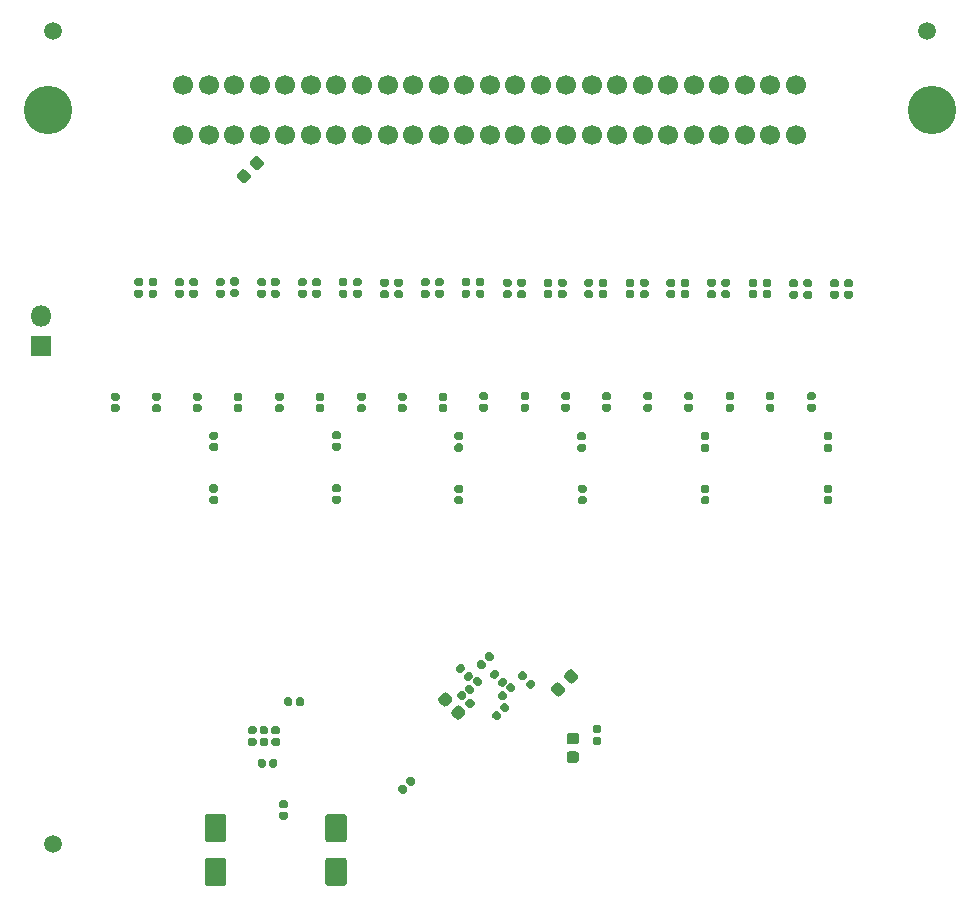
<source format=gbs>
%TF.GenerationSoftware,KiCad,Pcbnew,5.1.6*%
%TF.CreationDate,2020-08-02T00:36:08-04:00*%
%TF.ProjectId,squishy,73717569-7368-4792-9e6b-696361645f70,rev?*%
%TF.SameCoordinates,PX67f3540PY72ba1e0*%
%TF.FileFunction,Soldermask,Bot*%
%TF.FilePolarity,Negative*%
%FSLAX46Y46*%
G04 Gerber Fmt 4.6, Leading zero omitted, Abs format (unit mm)*
G04 Created by KiCad (PCBNEW 5.1.6) date 2020-08-02 00:36:08*
%MOMM*%
%LPD*%
G01*
G04 APERTURE LIST*
%ADD10C,1.500000*%
%ADD11O,1.800000X1.800000*%
%ADD12R,1.800000X1.800000*%
%ADD13C,4.100000*%
%ADD14C,1.700000*%
G04 APERTURE END LIST*
D10*
%TO.C,FID6*%
X4000000Y72800000D03*
%TD*%
%TO.C,FID5*%
X78000000Y72800000D03*
%TD*%
%TO.C,FID4*%
X4000000Y4000000D03*
%TD*%
%TO.C,R71*%
G36*
G01*
X48331250Y12400000D02*
X47768750Y12400000D01*
G75*
G02*
X47525000Y12643750I0J243750D01*
G01*
X47525000Y13131250D01*
G75*
G02*
X47768750Y13375000I243750J0D01*
G01*
X48331250Y13375000D01*
G75*
G02*
X48575000Y13131250I0J-243750D01*
G01*
X48575000Y12643750D01*
G75*
G02*
X48331250Y12400000I-243750J0D01*
G01*
G37*
G36*
G01*
X48331250Y10825000D02*
X47768750Y10825000D01*
G75*
G02*
X47525000Y11068750I0J243750D01*
G01*
X47525000Y11556250D01*
G75*
G02*
X47768750Y11800000I243750J0D01*
G01*
X48331250Y11800000D01*
G75*
G02*
X48575000Y11556250I0J-243750D01*
G01*
X48575000Y11068750D01*
G75*
G02*
X48331250Y10825000I-243750J0D01*
G01*
G37*
%TD*%
%TO.C,R70*%
G36*
G01*
X20338994Y61036741D02*
X20736741Y60638993D01*
G75*
G02*
X20736741Y60294279I-172357J-172357D01*
G01*
X20392027Y59949565D01*
G75*
G02*
X20047313Y59949565I-172357J172357D01*
G01*
X19649565Y60347313D01*
G75*
G02*
X19649565Y60692027I172357J172357D01*
G01*
X19994279Y61036741D01*
G75*
G02*
X20338993Y61036741I172357J-172357D01*
G01*
G37*
G36*
G01*
X21452688Y62150435D02*
X21850435Y61752687D01*
G75*
G02*
X21850435Y61407973I-172357J-172357D01*
G01*
X21505721Y61063259D01*
G75*
G02*
X21161007Y61063259I-172357J172357D01*
G01*
X20763259Y61461007D01*
G75*
G02*
X20763259Y61805721I172357J172357D01*
G01*
X21107973Y62150435D01*
G75*
G02*
X21452687Y62150435I172357J-172357D01*
G01*
G37*
%TD*%
D11*
%TO.C,JP1*%
X3050000Y48690000D03*
D12*
X3050000Y46150000D03*
%TD*%
%TO.C,C53*%
G36*
G01*
X39411351Y17440658D02*
X39690659Y17161351D01*
G75*
G02*
X39690659Y16917399I-121976J-121976D01*
G01*
X39446707Y16673447D01*
G75*
G02*
X39202755Y16673447I-121976J121976D01*
G01*
X38923447Y16952755D01*
G75*
G02*
X38923447Y17196707I121976J121976D01*
G01*
X39167399Y17440659D01*
G75*
G02*
X39411351Y17440659I121976J-121976D01*
G01*
G37*
G36*
G01*
X40097245Y18126552D02*
X40376553Y17847245D01*
G75*
G02*
X40376553Y17603293I-121976J-121976D01*
G01*
X40132601Y17359341D01*
G75*
G02*
X39888649Y17359341I-121976J121976D01*
G01*
X39609341Y17638649D01*
G75*
G02*
X39609341Y17882601I121976J121976D01*
G01*
X39853293Y18126553D01*
G75*
G02*
X40097245Y18126553I121976J-121976D01*
G01*
G37*
%TD*%
%TO.C,C52*%
G36*
G01*
X42211351Y16890658D02*
X42490659Y16611351D01*
G75*
G02*
X42490659Y16367399I-121976J-121976D01*
G01*
X42246707Y16123447D01*
G75*
G02*
X42002755Y16123447I-121976J121976D01*
G01*
X41723447Y16402755D01*
G75*
G02*
X41723447Y16646707I121976J121976D01*
G01*
X41967399Y16890659D01*
G75*
G02*
X42211351Y16890659I121976J-121976D01*
G01*
G37*
G36*
G01*
X42897245Y17576552D02*
X43176553Y17297245D01*
G75*
G02*
X43176553Y17053293I-121976J-121976D01*
G01*
X42932601Y16809341D01*
G75*
G02*
X42688649Y16809341I-121976J121976D01*
G01*
X42409341Y17088649D01*
G75*
G02*
X42409341Y17332601I121976J121976D01*
G01*
X42653293Y17576553D01*
G75*
G02*
X42897245Y17576553I121976J-121976D01*
G01*
G37*
%TD*%
%TO.C,C51*%
G36*
G01*
X44190658Y18088649D02*
X43911351Y17809341D01*
G75*
G02*
X43667399Y17809341I-121976J121976D01*
G01*
X43423447Y18053293D01*
G75*
G02*
X43423447Y18297245I121976J121976D01*
G01*
X43702755Y18576553D01*
G75*
G02*
X43946707Y18576553I121976J-121976D01*
G01*
X44190659Y18332601D01*
G75*
G02*
X44190659Y18088649I-121976J-121976D01*
G01*
G37*
G36*
G01*
X44876552Y17402755D02*
X44597245Y17123447D01*
G75*
G02*
X44353293Y17123447I-121976J121976D01*
G01*
X44109341Y17367399D01*
G75*
G02*
X44109341Y17611351I121976J121976D01*
G01*
X44388649Y17890659D01*
G75*
G02*
X44632601Y17890659I121976J-121976D01*
G01*
X44876553Y17646707D01*
G75*
G02*
X44876553Y17402755I-121976J-121976D01*
G01*
G37*
%TD*%
%TO.C,C50*%
G36*
G01*
X41709342Y17761351D02*
X41988649Y18040659D01*
G75*
G02*
X42232601Y18040659I121976J-121976D01*
G01*
X42476553Y17796707D01*
G75*
G02*
X42476553Y17552755I-121976J-121976D01*
G01*
X42197245Y17273447D01*
G75*
G02*
X41953293Y17273447I-121976J121976D01*
G01*
X41709341Y17517399D01*
G75*
G02*
X41709341Y17761351I121976J121976D01*
G01*
G37*
G36*
G01*
X41023448Y18447245D02*
X41302755Y18726553D01*
G75*
G02*
X41546707Y18726553I121976J-121976D01*
G01*
X41790659Y18482601D01*
G75*
G02*
X41790659Y18238649I-121976J-121976D01*
G01*
X41511351Y17959341D01*
G75*
G02*
X41267399Y17959341I-121976J121976D01*
G01*
X41023447Y18203293D01*
G75*
G02*
X41023447Y18447245I121976J121976D01*
G01*
G37*
%TD*%
%TO.C,C49*%
G36*
G01*
X40888649Y19459342D02*
X40609341Y19738649D01*
G75*
G02*
X40609341Y19982601I121976J121976D01*
G01*
X40853293Y20226553D01*
G75*
G02*
X41097245Y20226553I121976J-121976D01*
G01*
X41376553Y19947245D01*
G75*
G02*
X41376553Y19703293I-121976J-121976D01*
G01*
X41132601Y19459341D01*
G75*
G02*
X40888649Y19459341I-121976J121976D01*
G01*
G37*
G36*
G01*
X40202755Y18773448D02*
X39923447Y19052755D01*
G75*
G02*
X39923447Y19296707I121976J121976D01*
G01*
X40167399Y19540659D01*
G75*
G02*
X40411351Y19540659I121976J-121976D01*
G01*
X40690659Y19261351D01*
G75*
G02*
X40690659Y19017399I-121976J-121976D01*
G01*
X40446707Y18773447D01*
G75*
G02*
X40202755Y18773447I-121976J121976D01*
G01*
G37*
%TD*%
%TO.C,C48*%
G36*
G01*
X38959342Y15961351D02*
X39238649Y16240659D01*
G75*
G02*
X39482601Y16240659I121976J-121976D01*
G01*
X39726553Y15996707D01*
G75*
G02*
X39726553Y15752755I-121976J-121976D01*
G01*
X39447245Y15473447D01*
G75*
G02*
X39203293Y15473447I-121976J121976D01*
G01*
X38959341Y15717399D01*
G75*
G02*
X38959341Y15961351I121976J121976D01*
G01*
G37*
G36*
G01*
X38273448Y16647245D02*
X38552755Y16926553D01*
G75*
G02*
X38796707Y16926553I121976J-121976D01*
G01*
X39040659Y16682601D01*
G75*
G02*
X39040659Y16438649I-121976J-121976D01*
G01*
X38761351Y16159341D01*
G75*
G02*
X38517399Y16159341I-121976J121976D01*
G01*
X38273447Y16403293D01*
G75*
G02*
X38273447Y16647245I121976J121976D01*
G01*
G37*
%TD*%
%TO.C,C47*%
G36*
G01*
X41711351Y15190658D02*
X41990659Y14911351D01*
G75*
G02*
X41990659Y14667399I-121976J-121976D01*
G01*
X41746707Y14423447D01*
G75*
G02*
X41502755Y14423447I-121976J121976D01*
G01*
X41223447Y14702755D01*
G75*
G02*
X41223447Y14946707I121976J121976D01*
G01*
X41467399Y15190659D01*
G75*
G02*
X41711351Y15190659I121976J-121976D01*
G01*
G37*
G36*
G01*
X42397245Y15876552D02*
X42676553Y15597245D01*
G75*
G02*
X42676553Y15353293I-121976J-121976D01*
G01*
X42432601Y15109341D01*
G75*
G02*
X42188649Y15109341I-121976J121976D01*
G01*
X41909341Y15388649D01*
G75*
G02*
X41909341Y15632601I121976J121976D01*
G01*
X42153293Y15876553D01*
G75*
G02*
X42397245Y15876553I121976J-121976D01*
G01*
G37*
%TD*%
%TO.C,C46*%
G36*
G01*
X38809342Y18261351D02*
X39088649Y18540659D01*
G75*
G02*
X39332601Y18540659I121976J-121976D01*
G01*
X39576553Y18296707D01*
G75*
G02*
X39576553Y18052755I-121976J-121976D01*
G01*
X39297245Y17773447D01*
G75*
G02*
X39053293Y17773447I-121976J121976D01*
G01*
X38809341Y18017399D01*
G75*
G02*
X38809341Y18261351I121976J121976D01*
G01*
G37*
G36*
G01*
X38123448Y18947245D02*
X38402755Y19226553D01*
G75*
G02*
X38646707Y19226553I121976J-121976D01*
G01*
X38890659Y18982601D01*
G75*
G02*
X38890659Y18738649I-121976J-121976D01*
G01*
X38611351Y18459341D01*
G75*
G02*
X38367399Y18459341I-121976J121976D01*
G01*
X38123447Y18703293D01*
G75*
G02*
X38123447Y18947245I121976J121976D01*
G01*
G37*
%TD*%
%TO.C,C45*%
G36*
G01*
X37786741Y16061006D02*
X37388993Y15663259D01*
G75*
G02*
X37044279Y15663259I-172357J172357D01*
G01*
X36699565Y16007973D01*
G75*
G02*
X36699565Y16352687I172357J172357D01*
G01*
X37097313Y16750435D01*
G75*
G02*
X37442027Y16750435I172357J-172357D01*
G01*
X37786741Y16405721D01*
G75*
G02*
X37786741Y16061007I-172357J-172357D01*
G01*
G37*
G36*
G01*
X38900435Y14947312D02*
X38502687Y14549565D01*
G75*
G02*
X38157973Y14549565I-172357J172357D01*
G01*
X37813259Y14894279D01*
G75*
G02*
X37813259Y15238993I172357J172357D01*
G01*
X38211007Y15636741D01*
G75*
G02*
X38555721Y15636741I172357J-172357D01*
G01*
X38900435Y15292027D01*
G75*
G02*
X38900435Y14947313I-172357J-172357D01*
G01*
G37*
%TD*%
%TO.C,C44*%
G36*
G01*
X46938994Y17586741D02*
X47336741Y17188993D01*
G75*
G02*
X47336741Y16844279I-172357J-172357D01*
G01*
X46992027Y16499565D01*
G75*
G02*
X46647313Y16499565I-172357J172357D01*
G01*
X46249565Y16897313D01*
G75*
G02*
X46249565Y17242027I172357J172357D01*
G01*
X46594279Y17586741D01*
G75*
G02*
X46938993Y17586741I172357J-172357D01*
G01*
G37*
G36*
G01*
X48052688Y18700435D02*
X48450435Y18302687D01*
G75*
G02*
X48450435Y17957973I-172357J-172357D01*
G01*
X48105721Y17613259D01*
G75*
G02*
X47761007Y17613259I-172357J172357D01*
G01*
X47363259Y18011007D01*
G75*
G02*
X47363259Y18355721I172357J172357D01*
G01*
X47707973Y18700435D01*
G75*
G02*
X48052687Y18700435I172357J-172357D01*
G01*
G37*
%TD*%
%TO.C,C43*%
G36*
G01*
X34238649Y8909342D02*
X33959341Y9188649D01*
G75*
G02*
X33959341Y9432601I121976J121976D01*
G01*
X34203293Y9676553D01*
G75*
G02*
X34447245Y9676553I121976J-121976D01*
G01*
X34726553Y9397245D01*
G75*
G02*
X34726553Y9153293I-121976J-121976D01*
G01*
X34482601Y8909341D01*
G75*
G02*
X34238649Y8909341I-121976J121976D01*
G01*
G37*
G36*
G01*
X33552755Y8223448D02*
X33273447Y8502755D01*
G75*
G02*
X33273447Y8746707I121976J121976D01*
G01*
X33517399Y8990659D01*
G75*
G02*
X33761351Y8990659I121976J-121976D01*
G01*
X34040659Y8711351D01*
G75*
G02*
X34040659Y8467399I-121976J-121976D01*
G01*
X33796707Y8223447D01*
G75*
G02*
X33552755Y8223447I-121976J121976D01*
G01*
G37*
%TD*%
%TO.C,C42*%
G36*
G01*
X24310000Y16197500D02*
X24310000Y15802500D01*
G75*
G02*
X24137500Y15630000I-172500J0D01*
G01*
X23792500Y15630000D01*
G75*
G02*
X23620000Y15802500I0J172500D01*
G01*
X23620000Y16197500D01*
G75*
G02*
X23792500Y16370000I172500J0D01*
G01*
X24137500Y16370000D01*
G75*
G02*
X24310000Y16197500I0J-172500D01*
G01*
G37*
G36*
G01*
X25280000Y16197500D02*
X25280000Y15802500D01*
G75*
G02*
X25107500Y15630000I-172500J0D01*
G01*
X24762500Y15630000D01*
G75*
G02*
X24590000Y15802500I0J172500D01*
G01*
X24590000Y16197500D01*
G75*
G02*
X24762500Y16370000I172500J0D01*
G01*
X25107500Y16370000D01*
G75*
G02*
X25280000Y16197500I0J-172500D01*
G01*
G37*
%TD*%
%TO.C,C40*%
G36*
G01*
X22097500Y13240000D02*
X21702500Y13240000D01*
G75*
G02*
X21530000Y13412500I0J172500D01*
G01*
X21530000Y13757500D01*
G75*
G02*
X21702500Y13930000I172500J0D01*
G01*
X22097500Y13930000D01*
G75*
G02*
X22270000Y13757500I0J-172500D01*
G01*
X22270000Y13412500D01*
G75*
G02*
X22097500Y13240000I-172500J0D01*
G01*
G37*
G36*
G01*
X22097500Y12270000D02*
X21702500Y12270000D01*
G75*
G02*
X21530000Y12442500I0J172500D01*
G01*
X21530000Y12787500D01*
G75*
G02*
X21702500Y12960000I172500J0D01*
G01*
X22097500Y12960000D01*
G75*
G02*
X22270000Y12787500I0J-172500D01*
G01*
X22270000Y12442500D01*
G75*
G02*
X22097500Y12270000I-172500J0D01*
G01*
G37*
%TD*%
%TO.C,C39*%
G36*
G01*
X23097500Y13240000D02*
X22702500Y13240000D01*
G75*
G02*
X22530000Y13412500I0J172500D01*
G01*
X22530000Y13757500D01*
G75*
G02*
X22702500Y13930000I172500J0D01*
G01*
X23097500Y13930000D01*
G75*
G02*
X23270000Y13757500I0J-172500D01*
G01*
X23270000Y13412500D01*
G75*
G02*
X23097500Y13240000I-172500J0D01*
G01*
G37*
G36*
G01*
X23097500Y12270000D02*
X22702500Y12270000D01*
G75*
G02*
X22530000Y12442500I0J172500D01*
G01*
X22530000Y12787500D01*
G75*
G02*
X22702500Y12960000I172500J0D01*
G01*
X23097500Y12960000D01*
G75*
G02*
X23270000Y12787500I0J-172500D01*
G01*
X23270000Y12442500D01*
G75*
G02*
X23097500Y12270000I-172500J0D01*
G01*
G37*
%TD*%
%TO.C,C38*%
G36*
G01*
X20702500Y12960000D02*
X21097500Y12960000D01*
G75*
G02*
X21270000Y12787500I0J-172500D01*
G01*
X21270000Y12442500D01*
G75*
G02*
X21097500Y12270000I-172500J0D01*
G01*
X20702500Y12270000D01*
G75*
G02*
X20530000Y12442500I0J172500D01*
G01*
X20530000Y12787500D01*
G75*
G02*
X20702500Y12960000I172500J0D01*
G01*
G37*
G36*
G01*
X20702500Y13930000D02*
X21097500Y13930000D01*
G75*
G02*
X21270000Y13757500I0J-172500D01*
G01*
X21270000Y13412500D01*
G75*
G02*
X21097500Y13240000I-172500J0D01*
G01*
X20702500Y13240000D01*
G75*
G02*
X20530000Y13412500I0J172500D01*
G01*
X20530000Y13757500D01*
G75*
G02*
X20702500Y13930000I172500J0D01*
G01*
G37*
%TD*%
%TO.C,C37*%
G36*
G01*
X22340000Y10602500D02*
X22340000Y10997500D01*
G75*
G02*
X22512500Y11170000I172500J0D01*
G01*
X22857500Y11170000D01*
G75*
G02*
X23030000Y10997500I0J-172500D01*
G01*
X23030000Y10602500D01*
G75*
G02*
X22857500Y10430000I-172500J0D01*
G01*
X22512500Y10430000D01*
G75*
G02*
X22340000Y10602500I0J172500D01*
G01*
G37*
G36*
G01*
X21370000Y10602500D02*
X21370000Y10997500D01*
G75*
G02*
X21542500Y11170000I172500J0D01*
G01*
X21887500Y11170000D01*
G75*
G02*
X22060000Y10997500I0J-172500D01*
G01*
X22060000Y10602500D01*
G75*
G02*
X21887500Y10430000I-172500J0D01*
G01*
X21542500Y10430000D01*
G75*
G02*
X21370000Y10602500I0J172500D01*
G01*
G37*
%TD*%
%TO.C,C3*%
G36*
G01*
X23352500Y6710000D02*
X23747500Y6710000D01*
G75*
G02*
X23920000Y6537500I0J-172500D01*
G01*
X23920000Y6192500D01*
G75*
G02*
X23747500Y6020000I-172500J0D01*
G01*
X23352500Y6020000D01*
G75*
G02*
X23180000Y6192500I0J172500D01*
G01*
X23180000Y6537500D01*
G75*
G02*
X23352500Y6710000I172500J0D01*
G01*
G37*
G36*
G01*
X23352500Y7680000D02*
X23747500Y7680000D01*
G75*
G02*
X23920000Y7507500I0J-172500D01*
G01*
X23920000Y7162500D01*
G75*
G02*
X23747500Y6990000I-172500J0D01*
G01*
X23352500Y6990000D01*
G75*
G02*
X23180000Y7162500I0J172500D01*
G01*
X23180000Y7507500D01*
G75*
G02*
X23352500Y7680000I172500J0D01*
G01*
G37*
%TD*%
D13*
%TO.C,J2*%
X78425000Y66100000D03*
X3575000Y66100000D03*
D14*
X15080000Y68245000D03*
X17240000Y68245000D03*
X19400000Y68245000D03*
X21560000Y68245000D03*
X23720000Y68245000D03*
X25880000Y68245000D03*
X28040000Y68245000D03*
X30200000Y68245000D03*
X32360000Y68245000D03*
X34520000Y68245000D03*
X36680000Y68245000D03*
X38840000Y68245000D03*
X41000000Y68245000D03*
X43160000Y68245000D03*
X45320000Y68245000D03*
X47480000Y68245000D03*
X49640000Y68245000D03*
X51800000Y68245000D03*
X53960000Y68245000D03*
X56120000Y68245000D03*
X58280000Y68245000D03*
X60440000Y68245000D03*
X62600000Y68245000D03*
X64760000Y68245000D03*
X66920000Y68245000D03*
X15080000Y63955000D03*
X17240000Y63955000D03*
X19400000Y63955000D03*
X21560000Y63955000D03*
X23720000Y63955000D03*
X25880000Y63955000D03*
X28040000Y63955000D03*
X30200000Y63955000D03*
X32360000Y63955000D03*
X34520000Y63955000D03*
X36680000Y63955000D03*
X38840000Y63955000D03*
X41000000Y63955000D03*
X43160000Y63955000D03*
X45320000Y63955000D03*
X47480000Y63955000D03*
X49640000Y63955000D03*
X51800000Y63955000D03*
X53960000Y63955000D03*
X56120000Y63955000D03*
X58280000Y63955000D03*
X60440000Y63955000D03*
X62600000Y63955000D03*
X64760000Y63955000D03*
X66920000Y63955000D03*
%TD*%
%TO.C,C2*%
G36*
G01*
X50297500Y13340000D02*
X49902500Y13340000D01*
G75*
G02*
X49730000Y13512500I0J172500D01*
G01*
X49730000Y13857500D01*
G75*
G02*
X49902500Y14030000I172500J0D01*
G01*
X50297500Y14030000D01*
G75*
G02*
X50470000Y13857500I0J-172500D01*
G01*
X50470000Y13512500D01*
G75*
G02*
X50297500Y13340000I-172500J0D01*
G01*
G37*
G36*
G01*
X50297500Y12370000D02*
X49902500Y12370000D01*
G75*
G02*
X49730000Y12542500I0J172500D01*
G01*
X49730000Y12887500D01*
G75*
G02*
X49902500Y13060000I172500J0D01*
G01*
X50297500Y13060000D01*
G75*
G02*
X50470000Y12887500I0J-172500D01*
G01*
X50470000Y12542500D01*
G75*
G02*
X50297500Y12370000I-172500J0D01*
G01*
G37*
%TD*%
%TO.C,J1*%
G36*
G01*
X27100000Y625000D02*
X27100000Y2575000D01*
G75*
G02*
X27325000Y2800000I225000J0D01*
G01*
X28675000Y2800000D01*
G75*
G02*
X28900000Y2575000I0J-225000D01*
G01*
X28900000Y625000D01*
G75*
G02*
X28675000Y400000I-225000J0D01*
G01*
X27325000Y400000D01*
G75*
G02*
X27100000Y625000I0J225000D01*
G01*
G37*
G36*
G01*
X27100000Y4325000D02*
X27100000Y6275000D01*
G75*
G02*
X27325000Y6500000I225000J0D01*
G01*
X28675000Y6500000D01*
G75*
G02*
X28900000Y6275000I0J-225000D01*
G01*
X28900000Y4325000D01*
G75*
G02*
X28675000Y4100000I-225000J0D01*
G01*
X27325000Y4100000D01*
G75*
G02*
X27100000Y4325000I0J225000D01*
G01*
G37*
G36*
G01*
X16900000Y4325000D02*
X16900000Y6275000D01*
G75*
G02*
X17125000Y6500000I225000J0D01*
G01*
X18475000Y6500000D01*
G75*
G02*
X18700000Y6275000I0J-225000D01*
G01*
X18700000Y4325000D01*
G75*
G02*
X18475000Y4100000I-225000J0D01*
G01*
X17125000Y4100000D01*
G75*
G02*
X16900000Y4325000I0J225000D01*
G01*
G37*
G36*
G01*
X16900000Y625000D02*
X16900000Y2575000D01*
G75*
G02*
X17125000Y2800000I225000J0D01*
G01*
X18475000Y2800000D01*
G75*
G02*
X18700000Y2575000I0J-225000D01*
G01*
X18700000Y625000D01*
G75*
G02*
X18475000Y400000I-225000J0D01*
G01*
X17125000Y400000D01*
G75*
G02*
X16900000Y625000I0J225000D01*
G01*
G37*
%TD*%
%TO.C,R62*%
G36*
G01*
X63102500Y50860000D02*
X63497500Y50860000D01*
G75*
G02*
X63670000Y50687500I0J-172500D01*
G01*
X63670000Y50342500D01*
G75*
G02*
X63497500Y50170000I-172500J0D01*
G01*
X63102500Y50170000D01*
G75*
G02*
X62930000Y50342500I0J172500D01*
G01*
X62930000Y50687500D01*
G75*
G02*
X63102500Y50860000I172500J0D01*
G01*
G37*
G36*
G01*
X63102500Y51830000D02*
X63497500Y51830000D01*
G75*
G02*
X63670000Y51657500I0J-172500D01*
G01*
X63670000Y51312500D01*
G75*
G02*
X63497500Y51140000I-172500J0D01*
G01*
X63102500Y51140000D01*
G75*
G02*
X62930000Y51312500I0J172500D01*
G01*
X62930000Y51657500D01*
G75*
G02*
X63102500Y51830000I172500J0D01*
G01*
G37*
%TD*%
%TO.C,R60*%
G36*
G01*
X64697500Y51140000D02*
X64302500Y51140000D01*
G75*
G02*
X64130000Y51312500I0J172500D01*
G01*
X64130000Y51657500D01*
G75*
G02*
X64302500Y51830000I172500J0D01*
G01*
X64697500Y51830000D01*
G75*
G02*
X64870000Y51657500I0J-172500D01*
G01*
X64870000Y51312500D01*
G75*
G02*
X64697500Y51140000I-172500J0D01*
G01*
G37*
G36*
G01*
X64697500Y50170000D02*
X64302500Y50170000D01*
G75*
G02*
X64130000Y50342500I0J172500D01*
G01*
X64130000Y50687500D01*
G75*
G02*
X64302500Y50860000I172500J0D01*
G01*
X64697500Y50860000D01*
G75*
G02*
X64870000Y50687500I0J-172500D01*
G01*
X64870000Y50342500D01*
G75*
G02*
X64697500Y50170000I-172500J0D01*
G01*
G37*
%TD*%
%TO.C,R59*%
G36*
G01*
X66552500Y50810000D02*
X66947500Y50810000D01*
G75*
G02*
X67120000Y50637500I0J-172500D01*
G01*
X67120000Y50292500D01*
G75*
G02*
X66947500Y50120000I-172500J0D01*
G01*
X66552500Y50120000D01*
G75*
G02*
X66380000Y50292500I0J172500D01*
G01*
X66380000Y50637500D01*
G75*
G02*
X66552500Y50810000I172500J0D01*
G01*
G37*
G36*
G01*
X66552500Y51780000D02*
X66947500Y51780000D01*
G75*
G02*
X67120000Y51607500I0J-172500D01*
G01*
X67120000Y51262500D01*
G75*
G02*
X66947500Y51090000I-172500J0D01*
G01*
X66552500Y51090000D01*
G75*
G02*
X66380000Y51262500I0J172500D01*
G01*
X66380000Y51607500D01*
G75*
G02*
X66552500Y51780000I172500J0D01*
G01*
G37*
%TD*%
%TO.C,R57*%
G36*
G01*
X68147500Y51090000D02*
X67752500Y51090000D01*
G75*
G02*
X67580000Y51262500I0J172500D01*
G01*
X67580000Y51607500D01*
G75*
G02*
X67752500Y51780000I172500J0D01*
G01*
X68147500Y51780000D01*
G75*
G02*
X68320000Y51607500I0J-172500D01*
G01*
X68320000Y51262500D01*
G75*
G02*
X68147500Y51090000I-172500J0D01*
G01*
G37*
G36*
G01*
X68147500Y50120000D02*
X67752500Y50120000D01*
G75*
G02*
X67580000Y50292500I0J172500D01*
G01*
X67580000Y50637500D01*
G75*
G02*
X67752500Y50810000I172500J0D01*
G01*
X68147500Y50810000D01*
G75*
G02*
X68320000Y50637500I0J-172500D01*
G01*
X68320000Y50292500D01*
G75*
G02*
X68147500Y50120000I-172500J0D01*
G01*
G37*
%TD*%
%TO.C,R56*%
G36*
G01*
X70002500Y50810000D02*
X70397500Y50810000D01*
G75*
G02*
X70570000Y50637500I0J-172500D01*
G01*
X70570000Y50292500D01*
G75*
G02*
X70397500Y50120000I-172500J0D01*
G01*
X70002500Y50120000D01*
G75*
G02*
X69830000Y50292500I0J172500D01*
G01*
X69830000Y50637500D01*
G75*
G02*
X70002500Y50810000I172500J0D01*
G01*
G37*
G36*
G01*
X70002500Y51780000D02*
X70397500Y51780000D01*
G75*
G02*
X70570000Y51607500I0J-172500D01*
G01*
X70570000Y51262500D01*
G75*
G02*
X70397500Y51090000I-172500J0D01*
G01*
X70002500Y51090000D01*
G75*
G02*
X69830000Y51262500I0J172500D01*
G01*
X69830000Y51607500D01*
G75*
G02*
X70002500Y51780000I172500J0D01*
G01*
G37*
%TD*%
%TO.C,R54*%
G36*
G01*
X71597500Y51090000D02*
X71202500Y51090000D01*
G75*
G02*
X71030000Y51262500I0J172500D01*
G01*
X71030000Y51607500D01*
G75*
G02*
X71202500Y51780000I172500J0D01*
G01*
X71597500Y51780000D01*
G75*
G02*
X71770000Y51607500I0J-172500D01*
G01*
X71770000Y51262500D01*
G75*
G02*
X71597500Y51090000I-172500J0D01*
G01*
G37*
G36*
G01*
X71597500Y50120000D02*
X71202500Y50120000D01*
G75*
G02*
X71030000Y50292500I0J172500D01*
G01*
X71030000Y50637500D01*
G75*
G02*
X71202500Y50810000I172500J0D01*
G01*
X71597500Y50810000D01*
G75*
G02*
X71770000Y50637500I0J-172500D01*
G01*
X71770000Y50292500D01*
G75*
G02*
X71597500Y50120000I-172500J0D01*
G01*
G37*
%TD*%
%TO.C,R53*%
G36*
G01*
X52702500Y50860000D02*
X53097500Y50860000D01*
G75*
G02*
X53270000Y50687500I0J-172500D01*
G01*
X53270000Y50342500D01*
G75*
G02*
X53097500Y50170000I-172500J0D01*
G01*
X52702500Y50170000D01*
G75*
G02*
X52530000Y50342500I0J172500D01*
G01*
X52530000Y50687500D01*
G75*
G02*
X52702500Y50860000I172500J0D01*
G01*
G37*
G36*
G01*
X52702500Y51830000D02*
X53097500Y51830000D01*
G75*
G02*
X53270000Y51657500I0J-172500D01*
G01*
X53270000Y51312500D01*
G75*
G02*
X53097500Y51140000I-172500J0D01*
G01*
X52702500Y51140000D01*
G75*
G02*
X52530000Y51312500I0J172500D01*
G01*
X52530000Y51657500D01*
G75*
G02*
X52702500Y51830000I172500J0D01*
G01*
G37*
%TD*%
%TO.C,R51*%
G36*
G01*
X54297500Y51140000D02*
X53902500Y51140000D01*
G75*
G02*
X53730000Y51312500I0J172500D01*
G01*
X53730000Y51657500D01*
G75*
G02*
X53902500Y51830000I172500J0D01*
G01*
X54297500Y51830000D01*
G75*
G02*
X54470000Y51657500I0J-172500D01*
G01*
X54470000Y51312500D01*
G75*
G02*
X54297500Y51140000I-172500J0D01*
G01*
G37*
G36*
G01*
X54297500Y50170000D02*
X53902500Y50170000D01*
G75*
G02*
X53730000Y50342500I0J172500D01*
G01*
X53730000Y50687500D01*
G75*
G02*
X53902500Y50860000I172500J0D01*
G01*
X54297500Y50860000D01*
G75*
G02*
X54470000Y50687500I0J-172500D01*
G01*
X54470000Y50342500D01*
G75*
G02*
X54297500Y50170000I-172500J0D01*
G01*
G37*
%TD*%
%TO.C,R50*%
G36*
G01*
X56152500Y50860000D02*
X56547500Y50860000D01*
G75*
G02*
X56720000Y50687500I0J-172500D01*
G01*
X56720000Y50342500D01*
G75*
G02*
X56547500Y50170000I-172500J0D01*
G01*
X56152500Y50170000D01*
G75*
G02*
X55980000Y50342500I0J172500D01*
G01*
X55980000Y50687500D01*
G75*
G02*
X56152500Y50860000I172500J0D01*
G01*
G37*
G36*
G01*
X56152500Y51830000D02*
X56547500Y51830000D01*
G75*
G02*
X56720000Y51657500I0J-172500D01*
G01*
X56720000Y51312500D01*
G75*
G02*
X56547500Y51140000I-172500J0D01*
G01*
X56152500Y51140000D01*
G75*
G02*
X55980000Y51312500I0J172500D01*
G01*
X55980000Y51657500D01*
G75*
G02*
X56152500Y51830000I172500J0D01*
G01*
G37*
%TD*%
%TO.C,R48*%
G36*
G01*
X57747500Y51140000D02*
X57352500Y51140000D01*
G75*
G02*
X57180000Y51312500I0J172500D01*
G01*
X57180000Y51657500D01*
G75*
G02*
X57352500Y51830000I172500J0D01*
G01*
X57747500Y51830000D01*
G75*
G02*
X57920000Y51657500I0J-172500D01*
G01*
X57920000Y51312500D01*
G75*
G02*
X57747500Y51140000I-172500J0D01*
G01*
G37*
G36*
G01*
X57747500Y50170000D02*
X57352500Y50170000D01*
G75*
G02*
X57180000Y50342500I0J172500D01*
G01*
X57180000Y50687500D01*
G75*
G02*
X57352500Y50860000I172500J0D01*
G01*
X57747500Y50860000D01*
G75*
G02*
X57920000Y50687500I0J-172500D01*
G01*
X57920000Y50342500D01*
G75*
G02*
X57747500Y50170000I-172500J0D01*
G01*
G37*
%TD*%
%TO.C,R47*%
G36*
G01*
X59602500Y50860000D02*
X59997500Y50860000D01*
G75*
G02*
X60170000Y50687500I0J-172500D01*
G01*
X60170000Y50342500D01*
G75*
G02*
X59997500Y50170000I-172500J0D01*
G01*
X59602500Y50170000D01*
G75*
G02*
X59430000Y50342500I0J172500D01*
G01*
X59430000Y50687500D01*
G75*
G02*
X59602500Y50860000I172500J0D01*
G01*
G37*
G36*
G01*
X59602500Y51830000D02*
X59997500Y51830000D01*
G75*
G02*
X60170000Y51657500I0J-172500D01*
G01*
X60170000Y51312500D01*
G75*
G02*
X59997500Y51140000I-172500J0D01*
G01*
X59602500Y51140000D01*
G75*
G02*
X59430000Y51312500I0J172500D01*
G01*
X59430000Y51657500D01*
G75*
G02*
X59602500Y51830000I172500J0D01*
G01*
G37*
%TD*%
%TO.C,R45*%
G36*
G01*
X61197500Y51140000D02*
X60802500Y51140000D01*
G75*
G02*
X60630000Y51312500I0J172500D01*
G01*
X60630000Y51657500D01*
G75*
G02*
X60802500Y51830000I172500J0D01*
G01*
X61197500Y51830000D01*
G75*
G02*
X61370000Y51657500I0J-172500D01*
G01*
X61370000Y51312500D01*
G75*
G02*
X61197500Y51140000I-172500J0D01*
G01*
G37*
G36*
G01*
X61197500Y50170000D02*
X60802500Y50170000D01*
G75*
G02*
X60630000Y50342500I0J172500D01*
G01*
X60630000Y50687500D01*
G75*
G02*
X60802500Y50860000I172500J0D01*
G01*
X61197500Y50860000D01*
G75*
G02*
X61370000Y50687500I0J-172500D01*
G01*
X61370000Y50342500D01*
G75*
G02*
X61197500Y50170000I-172500J0D01*
G01*
G37*
%TD*%
%TO.C,R44*%
G36*
G01*
X42302500Y50860000D02*
X42697500Y50860000D01*
G75*
G02*
X42870000Y50687500I0J-172500D01*
G01*
X42870000Y50342500D01*
G75*
G02*
X42697500Y50170000I-172500J0D01*
G01*
X42302500Y50170000D01*
G75*
G02*
X42130000Y50342500I0J172500D01*
G01*
X42130000Y50687500D01*
G75*
G02*
X42302500Y50860000I172500J0D01*
G01*
G37*
G36*
G01*
X42302500Y51830000D02*
X42697500Y51830000D01*
G75*
G02*
X42870000Y51657500I0J-172500D01*
G01*
X42870000Y51312500D01*
G75*
G02*
X42697500Y51140000I-172500J0D01*
G01*
X42302500Y51140000D01*
G75*
G02*
X42130000Y51312500I0J172500D01*
G01*
X42130000Y51657500D01*
G75*
G02*
X42302500Y51830000I172500J0D01*
G01*
G37*
%TD*%
%TO.C,R42*%
G36*
G01*
X43897500Y51140000D02*
X43502500Y51140000D01*
G75*
G02*
X43330000Y51312500I0J172500D01*
G01*
X43330000Y51657500D01*
G75*
G02*
X43502500Y51830000I172500J0D01*
G01*
X43897500Y51830000D01*
G75*
G02*
X44070000Y51657500I0J-172500D01*
G01*
X44070000Y51312500D01*
G75*
G02*
X43897500Y51140000I-172500J0D01*
G01*
G37*
G36*
G01*
X43897500Y50170000D02*
X43502500Y50170000D01*
G75*
G02*
X43330000Y50342500I0J172500D01*
G01*
X43330000Y50687500D01*
G75*
G02*
X43502500Y50860000I172500J0D01*
G01*
X43897500Y50860000D01*
G75*
G02*
X44070000Y50687500I0J-172500D01*
G01*
X44070000Y50342500D01*
G75*
G02*
X43897500Y50170000I-172500J0D01*
G01*
G37*
%TD*%
%TO.C,R41*%
G36*
G01*
X45752500Y50860000D02*
X46147500Y50860000D01*
G75*
G02*
X46320000Y50687500I0J-172500D01*
G01*
X46320000Y50342500D01*
G75*
G02*
X46147500Y50170000I-172500J0D01*
G01*
X45752500Y50170000D01*
G75*
G02*
X45580000Y50342500I0J172500D01*
G01*
X45580000Y50687500D01*
G75*
G02*
X45752500Y50860000I172500J0D01*
G01*
G37*
G36*
G01*
X45752500Y51830000D02*
X46147500Y51830000D01*
G75*
G02*
X46320000Y51657500I0J-172500D01*
G01*
X46320000Y51312500D01*
G75*
G02*
X46147500Y51140000I-172500J0D01*
G01*
X45752500Y51140000D01*
G75*
G02*
X45580000Y51312500I0J172500D01*
G01*
X45580000Y51657500D01*
G75*
G02*
X45752500Y51830000I172500J0D01*
G01*
G37*
%TD*%
%TO.C,R39*%
G36*
G01*
X47347500Y51140000D02*
X46952500Y51140000D01*
G75*
G02*
X46780000Y51312500I0J172500D01*
G01*
X46780000Y51657500D01*
G75*
G02*
X46952500Y51830000I172500J0D01*
G01*
X47347500Y51830000D01*
G75*
G02*
X47520000Y51657500I0J-172500D01*
G01*
X47520000Y51312500D01*
G75*
G02*
X47347500Y51140000I-172500J0D01*
G01*
G37*
G36*
G01*
X47347500Y50170000D02*
X46952500Y50170000D01*
G75*
G02*
X46780000Y50342500I0J172500D01*
G01*
X46780000Y50687500D01*
G75*
G02*
X46952500Y50860000I172500J0D01*
G01*
X47347500Y50860000D01*
G75*
G02*
X47520000Y50687500I0J-172500D01*
G01*
X47520000Y50342500D01*
G75*
G02*
X47347500Y50170000I-172500J0D01*
G01*
G37*
%TD*%
%TO.C,R38*%
G36*
G01*
X49202500Y50860000D02*
X49597500Y50860000D01*
G75*
G02*
X49770000Y50687500I0J-172500D01*
G01*
X49770000Y50342500D01*
G75*
G02*
X49597500Y50170000I-172500J0D01*
G01*
X49202500Y50170000D01*
G75*
G02*
X49030000Y50342500I0J172500D01*
G01*
X49030000Y50687500D01*
G75*
G02*
X49202500Y50860000I172500J0D01*
G01*
G37*
G36*
G01*
X49202500Y51830000D02*
X49597500Y51830000D01*
G75*
G02*
X49770000Y51657500I0J-172500D01*
G01*
X49770000Y51312500D01*
G75*
G02*
X49597500Y51140000I-172500J0D01*
G01*
X49202500Y51140000D01*
G75*
G02*
X49030000Y51312500I0J172500D01*
G01*
X49030000Y51657500D01*
G75*
G02*
X49202500Y51830000I172500J0D01*
G01*
G37*
%TD*%
%TO.C,R36*%
G36*
G01*
X50797500Y51140000D02*
X50402500Y51140000D01*
G75*
G02*
X50230000Y51312500I0J172500D01*
G01*
X50230000Y51657500D01*
G75*
G02*
X50402500Y51830000I172500J0D01*
G01*
X50797500Y51830000D01*
G75*
G02*
X50970000Y51657500I0J-172500D01*
G01*
X50970000Y51312500D01*
G75*
G02*
X50797500Y51140000I-172500J0D01*
G01*
G37*
G36*
G01*
X50797500Y50170000D02*
X50402500Y50170000D01*
G75*
G02*
X50230000Y50342500I0J172500D01*
G01*
X50230000Y50687500D01*
G75*
G02*
X50402500Y50860000I172500J0D01*
G01*
X50797500Y50860000D01*
G75*
G02*
X50970000Y50687500I0J-172500D01*
G01*
X50970000Y50342500D01*
G75*
G02*
X50797500Y50170000I-172500J0D01*
G01*
G37*
%TD*%
%TO.C,R35*%
G36*
G01*
X31902500Y50860000D02*
X32297500Y50860000D01*
G75*
G02*
X32470000Y50687500I0J-172500D01*
G01*
X32470000Y50342500D01*
G75*
G02*
X32297500Y50170000I-172500J0D01*
G01*
X31902500Y50170000D01*
G75*
G02*
X31730000Y50342500I0J172500D01*
G01*
X31730000Y50687500D01*
G75*
G02*
X31902500Y50860000I172500J0D01*
G01*
G37*
G36*
G01*
X31902500Y51830000D02*
X32297500Y51830000D01*
G75*
G02*
X32470000Y51657500I0J-172500D01*
G01*
X32470000Y51312500D01*
G75*
G02*
X32297500Y51140000I-172500J0D01*
G01*
X31902500Y51140000D01*
G75*
G02*
X31730000Y51312500I0J172500D01*
G01*
X31730000Y51657500D01*
G75*
G02*
X31902500Y51830000I172500J0D01*
G01*
G37*
%TD*%
%TO.C,R33*%
G36*
G01*
X33497500Y51140000D02*
X33102500Y51140000D01*
G75*
G02*
X32930000Y51312500I0J172500D01*
G01*
X32930000Y51657500D01*
G75*
G02*
X33102500Y51830000I172500J0D01*
G01*
X33497500Y51830000D01*
G75*
G02*
X33670000Y51657500I0J-172500D01*
G01*
X33670000Y51312500D01*
G75*
G02*
X33497500Y51140000I-172500J0D01*
G01*
G37*
G36*
G01*
X33497500Y50170000D02*
X33102500Y50170000D01*
G75*
G02*
X32930000Y50342500I0J172500D01*
G01*
X32930000Y50687500D01*
G75*
G02*
X33102500Y50860000I172500J0D01*
G01*
X33497500Y50860000D01*
G75*
G02*
X33670000Y50687500I0J-172500D01*
G01*
X33670000Y50342500D01*
G75*
G02*
X33497500Y50170000I-172500J0D01*
G01*
G37*
%TD*%
%TO.C,R32*%
G36*
G01*
X35352500Y50895000D02*
X35747500Y50895000D01*
G75*
G02*
X35920000Y50722500I0J-172500D01*
G01*
X35920000Y50377500D01*
G75*
G02*
X35747500Y50205000I-172500J0D01*
G01*
X35352500Y50205000D01*
G75*
G02*
X35180000Y50377500I0J172500D01*
G01*
X35180000Y50722500D01*
G75*
G02*
X35352500Y50895000I172500J0D01*
G01*
G37*
G36*
G01*
X35352500Y51865000D02*
X35747500Y51865000D01*
G75*
G02*
X35920000Y51692500I0J-172500D01*
G01*
X35920000Y51347500D01*
G75*
G02*
X35747500Y51175000I-172500J0D01*
G01*
X35352500Y51175000D01*
G75*
G02*
X35180000Y51347500I0J172500D01*
G01*
X35180000Y51692500D01*
G75*
G02*
X35352500Y51865000I172500J0D01*
G01*
G37*
%TD*%
%TO.C,R30*%
G36*
G01*
X36947500Y51190000D02*
X36552500Y51190000D01*
G75*
G02*
X36380000Y51362500I0J172500D01*
G01*
X36380000Y51707500D01*
G75*
G02*
X36552500Y51880000I172500J0D01*
G01*
X36947500Y51880000D01*
G75*
G02*
X37120000Y51707500I0J-172500D01*
G01*
X37120000Y51362500D01*
G75*
G02*
X36947500Y51190000I-172500J0D01*
G01*
G37*
G36*
G01*
X36947500Y50220000D02*
X36552500Y50220000D01*
G75*
G02*
X36380000Y50392500I0J172500D01*
G01*
X36380000Y50737500D01*
G75*
G02*
X36552500Y50910000I172500J0D01*
G01*
X36947500Y50910000D01*
G75*
G02*
X37120000Y50737500I0J-172500D01*
G01*
X37120000Y50392500D01*
G75*
G02*
X36947500Y50220000I-172500J0D01*
G01*
G37*
%TD*%
%TO.C,R29*%
G36*
G01*
X38802500Y50910000D02*
X39197500Y50910000D01*
G75*
G02*
X39370000Y50737500I0J-172500D01*
G01*
X39370000Y50392500D01*
G75*
G02*
X39197500Y50220000I-172500J0D01*
G01*
X38802500Y50220000D01*
G75*
G02*
X38630000Y50392500I0J172500D01*
G01*
X38630000Y50737500D01*
G75*
G02*
X38802500Y50910000I172500J0D01*
G01*
G37*
G36*
G01*
X38802500Y51880000D02*
X39197500Y51880000D01*
G75*
G02*
X39370000Y51707500I0J-172500D01*
G01*
X39370000Y51362500D01*
G75*
G02*
X39197500Y51190000I-172500J0D01*
G01*
X38802500Y51190000D01*
G75*
G02*
X38630000Y51362500I0J172500D01*
G01*
X38630000Y51707500D01*
G75*
G02*
X38802500Y51880000I172500J0D01*
G01*
G37*
%TD*%
%TO.C,R27*%
G36*
G01*
X40397500Y51190000D02*
X40002500Y51190000D01*
G75*
G02*
X39830000Y51362500I0J172500D01*
G01*
X39830000Y51707500D01*
G75*
G02*
X40002500Y51880000I172500J0D01*
G01*
X40397500Y51880000D01*
G75*
G02*
X40570000Y51707500I0J-172500D01*
G01*
X40570000Y51362500D01*
G75*
G02*
X40397500Y51190000I-172500J0D01*
G01*
G37*
G36*
G01*
X40397500Y50220000D02*
X40002500Y50220000D01*
G75*
G02*
X39830000Y50392500I0J172500D01*
G01*
X39830000Y50737500D01*
G75*
G02*
X40002500Y50910000I172500J0D01*
G01*
X40397500Y50910000D01*
G75*
G02*
X40570000Y50737500I0J-172500D01*
G01*
X40570000Y50392500D01*
G75*
G02*
X40397500Y50220000I-172500J0D01*
G01*
G37*
%TD*%
%TO.C,R26*%
G36*
G01*
X21502500Y50910000D02*
X21897500Y50910000D01*
G75*
G02*
X22070000Y50737500I0J-172500D01*
G01*
X22070000Y50392500D01*
G75*
G02*
X21897500Y50220000I-172500J0D01*
G01*
X21502500Y50220000D01*
G75*
G02*
X21330000Y50392500I0J172500D01*
G01*
X21330000Y50737500D01*
G75*
G02*
X21502500Y50910000I172500J0D01*
G01*
G37*
G36*
G01*
X21502500Y51880000D02*
X21897500Y51880000D01*
G75*
G02*
X22070000Y51707500I0J-172500D01*
G01*
X22070000Y51362500D01*
G75*
G02*
X21897500Y51190000I-172500J0D01*
G01*
X21502500Y51190000D01*
G75*
G02*
X21330000Y51362500I0J172500D01*
G01*
X21330000Y51707500D01*
G75*
G02*
X21502500Y51880000I172500J0D01*
G01*
G37*
%TD*%
%TO.C,R24*%
G36*
G01*
X23047500Y51190000D02*
X22652500Y51190000D01*
G75*
G02*
X22480000Y51362500I0J172500D01*
G01*
X22480000Y51707500D01*
G75*
G02*
X22652500Y51880000I172500J0D01*
G01*
X23047500Y51880000D01*
G75*
G02*
X23220000Y51707500I0J-172500D01*
G01*
X23220000Y51362500D01*
G75*
G02*
X23047500Y51190000I-172500J0D01*
G01*
G37*
G36*
G01*
X23047500Y50220000D02*
X22652500Y50220000D01*
G75*
G02*
X22480000Y50392500I0J172500D01*
G01*
X22480000Y50737500D01*
G75*
G02*
X22652500Y50910000I172500J0D01*
G01*
X23047500Y50910000D01*
G75*
G02*
X23220000Y50737500I0J-172500D01*
G01*
X23220000Y50392500D01*
G75*
G02*
X23047500Y50220000I-172500J0D01*
G01*
G37*
%TD*%
%TO.C,R23*%
G36*
G01*
X24952500Y50910000D02*
X25347500Y50910000D01*
G75*
G02*
X25520000Y50737500I0J-172500D01*
G01*
X25520000Y50392500D01*
G75*
G02*
X25347500Y50220000I-172500J0D01*
G01*
X24952500Y50220000D01*
G75*
G02*
X24780000Y50392500I0J172500D01*
G01*
X24780000Y50737500D01*
G75*
G02*
X24952500Y50910000I172500J0D01*
G01*
G37*
G36*
G01*
X24952500Y51880000D02*
X25347500Y51880000D01*
G75*
G02*
X25520000Y51707500I0J-172500D01*
G01*
X25520000Y51362500D01*
G75*
G02*
X25347500Y51190000I-172500J0D01*
G01*
X24952500Y51190000D01*
G75*
G02*
X24780000Y51362500I0J172500D01*
G01*
X24780000Y51707500D01*
G75*
G02*
X24952500Y51880000I172500J0D01*
G01*
G37*
%TD*%
%TO.C,R21*%
G36*
G01*
X26547500Y51190000D02*
X26152500Y51190000D01*
G75*
G02*
X25980000Y51362500I0J172500D01*
G01*
X25980000Y51707500D01*
G75*
G02*
X26152500Y51880000I172500J0D01*
G01*
X26547500Y51880000D01*
G75*
G02*
X26720000Y51707500I0J-172500D01*
G01*
X26720000Y51362500D01*
G75*
G02*
X26547500Y51190000I-172500J0D01*
G01*
G37*
G36*
G01*
X26547500Y50220000D02*
X26152500Y50220000D01*
G75*
G02*
X25980000Y50392500I0J172500D01*
G01*
X25980000Y50737500D01*
G75*
G02*
X26152500Y50910000I172500J0D01*
G01*
X26547500Y50910000D01*
G75*
G02*
X26720000Y50737500I0J-172500D01*
G01*
X26720000Y50392500D01*
G75*
G02*
X26547500Y50220000I-172500J0D01*
G01*
G37*
%TD*%
%TO.C,R20*%
G36*
G01*
X28402500Y50910000D02*
X28797500Y50910000D01*
G75*
G02*
X28970000Y50737500I0J-172500D01*
G01*
X28970000Y50392500D01*
G75*
G02*
X28797500Y50220000I-172500J0D01*
G01*
X28402500Y50220000D01*
G75*
G02*
X28230000Y50392500I0J172500D01*
G01*
X28230000Y50737500D01*
G75*
G02*
X28402500Y50910000I172500J0D01*
G01*
G37*
G36*
G01*
X28402500Y51880000D02*
X28797500Y51880000D01*
G75*
G02*
X28970000Y51707500I0J-172500D01*
G01*
X28970000Y51362500D01*
G75*
G02*
X28797500Y51190000I-172500J0D01*
G01*
X28402500Y51190000D01*
G75*
G02*
X28230000Y51362500I0J172500D01*
G01*
X28230000Y51707500D01*
G75*
G02*
X28402500Y51880000I172500J0D01*
G01*
G37*
%TD*%
%TO.C,R18*%
G36*
G01*
X29997500Y51190000D02*
X29602500Y51190000D01*
G75*
G02*
X29430000Y51362500I0J172500D01*
G01*
X29430000Y51707500D01*
G75*
G02*
X29602500Y51880000I172500J0D01*
G01*
X29997500Y51880000D01*
G75*
G02*
X30170000Y51707500I0J-172500D01*
G01*
X30170000Y51362500D01*
G75*
G02*
X29997500Y51190000I-172500J0D01*
G01*
G37*
G36*
G01*
X29997500Y50220000D02*
X29602500Y50220000D01*
G75*
G02*
X29430000Y50392500I0J172500D01*
G01*
X29430000Y50737500D01*
G75*
G02*
X29602500Y50910000I172500J0D01*
G01*
X29997500Y50910000D01*
G75*
G02*
X30170000Y50737500I0J-172500D01*
G01*
X30170000Y50392500D01*
G75*
G02*
X29997500Y50220000I-172500J0D01*
G01*
G37*
%TD*%
%TO.C,R17*%
G36*
G01*
X11102500Y50910000D02*
X11497500Y50910000D01*
G75*
G02*
X11670000Y50737500I0J-172500D01*
G01*
X11670000Y50392500D01*
G75*
G02*
X11497500Y50220000I-172500J0D01*
G01*
X11102500Y50220000D01*
G75*
G02*
X10930000Y50392500I0J172500D01*
G01*
X10930000Y50737500D01*
G75*
G02*
X11102500Y50910000I172500J0D01*
G01*
G37*
G36*
G01*
X11102500Y51880000D02*
X11497500Y51880000D01*
G75*
G02*
X11670000Y51707500I0J-172500D01*
G01*
X11670000Y51362500D01*
G75*
G02*
X11497500Y51190000I-172500J0D01*
G01*
X11102500Y51190000D01*
G75*
G02*
X10930000Y51362500I0J172500D01*
G01*
X10930000Y51707500D01*
G75*
G02*
X11102500Y51880000I172500J0D01*
G01*
G37*
%TD*%
%TO.C,R15*%
G36*
G01*
X12697500Y51190000D02*
X12302500Y51190000D01*
G75*
G02*
X12130000Y51362500I0J172500D01*
G01*
X12130000Y51707500D01*
G75*
G02*
X12302500Y51880000I172500J0D01*
G01*
X12697500Y51880000D01*
G75*
G02*
X12870000Y51707500I0J-172500D01*
G01*
X12870000Y51362500D01*
G75*
G02*
X12697500Y51190000I-172500J0D01*
G01*
G37*
G36*
G01*
X12697500Y50220000D02*
X12302500Y50220000D01*
G75*
G02*
X12130000Y50392500I0J172500D01*
G01*
X12130000Y50737500D01*
G75*
G02*
X12302500Y50910000I172500J0D01*
G01*
X12697500Y50910000D01*
G75*
G02*
X12870000Y50737500I0J-172500D01*
G01*
X12870000Y50392500D01*
G75*
G02*
X12697500Y50220000I-172500J0D01*
G01*
G37*
%TD*%
%TO.C,R14*%
G36*
G01*
X14552500Y50910000D02*
X14947500Y50910000D01*
G75*
G02*
X15120000Y50737500I0J-172500D01*
G01*
X15120000Y50392500D01*
G75*
G02*
X14947500Y50220000I-172500J0D01*
G01*
X14552500Y50220000D01*
G75*
G02*
X14380000Y50392500I0J172500D01*
G01*
X14380000Y50737500D01*
G75*
G02*
X14552500Y50910000I172500J0D01*
G01*
G37*
G36*
G01*
X14552500Y51880000D02*
X14947500Y51880000D01*
G75*
G02*
X15120000Y51707500I0J-172500D01*
G01*
X15120000Y51362500D01*
G75*
G02*
X14947500Y51190000I-172500J0D01*
G01*
X14552500Y51190000D01*
G75*
G02*
X14380000Y51362500I0J172500D01*
G01*
X14380000Y51707500D01*
G75*
G02*
X14552500Y51880000I172500J0D01*
G01*
G37*
%TD*%
%TO.C,R12*%
G36*
G01*
X16147500Y51190000D02*
X15752500Y51190000D01*
G75*
G02*
X15580000Y51362500I0J172500D01*
G01*
X15580000Y51707500D01*
G75*
G02*
X15752500Y51880000I172500J0D01*
G01*
X16147500Y51880000D01*
G75*
G02*
X16320000Y51707500I0J-172500D01*
G01*
X16320000Y51362500D01*
G75*
G02*
X16147500Y51190000I-172500J0D01*
G01*
G37*
G36*
G01*
X16147500Y50220000D02*
X15752500Y50220000D01*
G75*
G02*
X15580000Y50392500I0J172500D01*
G01*
X15580000Y50737500D01*
G75*
G02*
X15752500Y50910000I172500J0D01*
G01*
X16147500Y50910000D01*
G75*
G02*
X16320000Y50737500I0J-172500D01*
G01*
X16320000Y50392500D01*
G75*
G02*
X16147500Y50220000I-172500J0D01*
G01*
G37*
%TD*%
%TO.C,R11*%
G36*
G01*
X18002500Y50910000D02*
X18397500Y50910000D01*
G75*
G02*
X18570000Y50737500I0J-172500D01*
G01*
X18570000Y50392500D01*
G75*
G02*
X18397500Y50220000I-172500J0D01*
G01*
X18002500Y50220000D01*
G75*
G02*
X17830000Y50392500I0J172500D01*
G01*
X17830000Y50737500D01*
G75*
G02*
X18002500Y50910000I172500J0D01*
G01*
G37*
G36*
G01*
X18002500Y51880000D02*
X18397500Y51880000D01*
G75*
G02*
X18570000Y51707500I0J-172500D01*
G01*
X18570000Y51362500D01*
G75*
G02*
X18397500Y51190000I-172500J0D01*
G01*
X18002500Y51190000D01*
G75*
G02*
X17830000Y51362500I0J172500D01*
G01*
X17830000Y51707500D01*
G75*
G02*
X18002500Y51880000I172500J0D01*
G01*
G37*
%TD*%
%TO.C,R9*%
G36*
G01*
X19597500Y51240000D02*
X19202500Y51240000D01*
G75*
G02*
X19030000Y51412500I0J172500D01*
G01*
X19030000Y51757500D01*
G75*
G02*
X19202500Y51930000I172500J0D01*
G01*
X19597500Y51930000D01*
G75*
G02*
X19770000Y51757500I0J-172500D01*
G01*
X19770000Y51412500D01*
G75*
G02*
X19597500Y51240000I-172500J0D01*
G01*
G37*
G36*
G01*
X19597500Y50270000D02*
X19202500Y50270000D01*
G75*
G02*
X19030000Y50442500I0J172500D01*
G01*
X19030000Y50787500D01*
G75*
G02*
X19202500Y50960000I172500J0D01*
G01*
X19597500Y50960000D01*
G75*
G02*
X19770000Y50787500I0J-172500D01*
G01*
X19770000Y50442500D01*
G75*
G02*
X19597500Y50270000I-172500J0D01*
G01*
G37*
%TD*%
%TO.C,C34*%
G36*
G01*
X69847500Y38140000D02*
X69452500Y38140000D01*
G75*
G02*
X69280000Y38312500I0J172500D01*
G01*
X69280000Y38657500D01*
G75*
G02*
X69452500Y38830000I172500J0D01*
G01*
X69847500Y38830000D01*
G75*
G02*
X70020000Y38657500I0J-172500D01*
G01*
X70020000Y38312500D01*
G75*
G02*
X69847500Y38140000I-172500J0D01*
G01*
G37*
G36*
G01*
X69847500Y37170000D02*
X69452500Y37170000D01*
G75*
G02*
X69280000Y37342500I0J172500D01*
G01*
X69280000Y37687500D01*
G75*
G02*
X69452500Y37860000I172500J0D01*
G01*
X69847500Y37860000D01*
G75*
G02*
X70020000Y37687500I0J-172500D01*
G01*
X70020000Y37342500D01*
G75*
G02*
X69847500Y37170000I-172500J0D01*
G01*
G37*
%TD*%
%TO.C,C33*%
G36*
G01*
X59447500Y38140000D02*
X59052500Y38140000D01*
G75*
G02*
X58880000Y38312500I0J172500D01*
G01*
X58880000Y38657500D01*
G75*
G02*
X59052500Y38830000I172500J0D01*
G01*
X59447500Y38830000D01*
G75*
G02*
X59620000Y38657500I0J-172500D01*
G01*
X59620000Y38312500D01*
G75*
G02*
X59447500Y38140000I-172500J0D01*
G01*
G37*
G36*
G01*
X59447500Y37170000D02*
X59052500Y37170000D01*
G75*
G02*
X58880000Y37342500I0J172500D01*
G01*
X58880000Y37687500D01*
G75*
G02*
X59052500Y37860000I172500J0D01*
G01*
X59447500Y37860000D01*
G75*
G02*
X59620000Y37687500I0J-172500D01*
G01*
X59620000Y37342500D01*
G75*
G02*
X59447500Y37170000I-172500J0D01*
G01*
G37*
%TD*%
%TO.C,C32*%
G36*
G01*
X69847500Y33690000D02*
X69452500Y33690000D01*
G75*
G02*
X69280000Y33862500I0J172500D01*
G01*
X69280000Y34207500D01*
G75*
G02*
X69452500Y34380000I172500J0D01*
G01*
X69847500Y34380000D01*
G75*
G02*
X70020000Y34207500I0J-172500D01*
G01*
X70020000Y33862500D01*
G75*
G02*
X69847500Y33690000I-172500J0D01*
G01*
G37*
G36*
G01*
X69847500Y32720000D02*
X69452500Y32720000D01*
G75*
G02*
X69280000Y32892500I0J172500D01*
G01*
X69280000Y33237500D01*
G75*
G02*
X69452500Y33410000I172500J0D01*
G01*
X69847500Y33410000D01*
G75*
G02*
X70020000Y33237500I0J-172500D01*
G01*
X70020000Y32892500D01*
G75*
G02*
X69847500Y32720000I-172500J0D01*
G01*
G37*
%TD*%
%TO.C,C31*%
G36*
G01*
X59447500Y33690000D02*
X59052500Y33690000D01*
G75*
G02*
X58880000Y33862500I0J172500D01*
G01*
X58880000Y34207500D01*
G75*
G02*
X59052500Y34380000I172500J0D01*
G01*
X59447500Y34380000D01*
G75*
G02*
X59620000Y34207500I0J-172500D01*
G01*
X59620000Y33862500D01*
G75*
G02*
X59447500Y33690000I-172500J0D01*
G01*
G37*
G36*
G01*
X59447500Y32720000D02*
X59052500Y32720000D01*
G75*
G02*
X58880000Y32892500I0J172500D01*
G01*
X58880000Y33237500D01*
G75*
G02*
X59052500Y33410000I172500J0D01*
G01*
X59447500Y33410000D01*
G75*
G02*
X59620000Y33237500I0J-172500D01*
G01*
X59620000Y32892500D01*
G75*
G02*
X59447500Y32720000I-172500J0D01*
G01*
G37*
%TD*%
%TO.C,C30*%
G36*
G01*
X48997500Y38140000D02*
X48602500Y38140000D01*
G75*
G02*
X48430000Y38312500I0J172500D01*
G01*
X48430000Y38657500D01*
G75*
G02*
X48602500Y38830000I172500J0D01*
G01*
X48997500Y38830000D01*
G75*
G02*
X49170000Y38657500I0J-172500D01*
G01*
X49170000Y38312500D01*
G75*
G02*
X48997500Y38140000I-172500J0D01*
G01*
G37*
G36*
G01*
X48997500Y37170000D02*
X48602500Y37170000D01*
G75*
G02*
X48430000Y37342500I0J172500D01*
G01*
X48430000Y37687500D01*
G75*
G02*
X48602500Y37860000I172500J0D01*
G01*
X48997500Y37860000D01*
G75*
G02*
X49170000Y37687500I0J-172500D01*
G01*
X49170000Y37342500D01*
G75*
G02*
X48997500Y37170000I-172500J0D01*
G01*
G37*
%TD*%
%TO.C,C29*%
G36*
G01*
X38597500Y38155000D02*
X38202500Y38155000D01*
G75*
G02*
X38030000Y38327500I0J172500D01*
G01*
X38030000Y38672500D01*
G75*
G02*
X38202500Y38845000I172500J0D01*
G01*
X38597500Y38845000D01*
G75*
G02*
X38770000Y38672500I0J-172500D01*
G01*
X38770000Y38327500D01*
G75*
G02*
X38597500Y38155000I-172500J0D01*
G01*
G37*
G36*
G01*
X38597500Y37185000D02*
X38202500Y37185000D01*
G75*
G02*
X38030000Y37357500I0J172500D01*
G01*
X38030000Y37702500D01*
G75*
G02*
X38202500Y37875000I172500J0D01*
G01*
X38597500Y37875000D01*
G75*
G02*
X38770000Y37702500I0J-172500D01*
G01*
X38770000Y37357500D01*
G75*
G02*
X38597500Y37185000I-172500J0D01*
G01*
G37*
%TD*%
%TO.C,C28*%
G36*
G01*
X49047500Y33690000D02*
X48652500Y33690000D01*
G75*
G02*
X48480000Y33862500I0J172500D01*
G01*
X48480000Y34207500D01*
G75*
G02*
X48652500Y34380000I172500J0D01*
G01*
X49047500Y34380000D01*
G75*
G02*
X49220000Y34207500I0J-172500D01*
G01*
X49220000Y33862500D01*
G75*
G02*
X49047500Y33690000I-172500J0D01*
G01*
G37*
G36*
G01*
X49047500Y32720000D02*
X48652500Y32720000D01*
G75*
G02*
X48480000Y32892500I0J172500D01*
G01*
X48480000Y33237500D01*
G75*
G02*
X48652500Y33410000I172500J0D01*
G01*
X49047500Y33410000D01*
G75*
G02*
X49220000Y33237500I0J-172500D01*
G01*
X49220000Y32892500D01*
G75*
G02*
X49047500Y32720000I-172500J0D01*
G01*
G37*
%TD*%
%TO.C,C27*%
G36*
G01*
X38597500Y33690000D02*
X38202500Y33690000D01*
G75*
G02*
X38030000Y33862500I0J172500D01*
G01*
X38030000Y34207500D01*
G75*
G02*
X38202500Y34380000I172500J0D01*
G01*
X38597500Y34380000D01*
G75*
G02*
X38770000Y34207500I0J-172500D01*
G01*
X38770000Y33862500D01*
G75*
G02*
X38597500Y33690000I-172500J0D01*
G01*
G37*
G36*
G01*
X38597500Y32720000D02*
X38202500Y32720000D01*
G75*
G02*
X38030000Y32892500I0J172500D01*
G01*
X38030000Y33237500D01*
G75*
G02*
X38202500Y33410000I172500J0D01*
G01*
X38597500Y33410000D01*
G75*
G02*
X38770000Y33237500I0J-172500D01*
G01*
X38770000Y32892500D01*
G75*
G02*
X38597500Y32720000I-172500J0D01*
G01*
G37*
%TD*%
%TO.C,C26*%
G36*
G01*
X28247500Y38225000D02*
X27852500Y38225000D01*
G75*
G02*
X27680000Y38397500I0J172500D01*
G01*
X27680000Y38742500D01*
G75*
G02*
X27852500Y38915000I172500J0D01*
G01*
X28247500Y38915000D01*
G75*
G02*
X28420000Y38742500I0J-172500D01*
G01*
X28420000Y38397500D01*
G75*
G02*
X28247500Y38225000I-172500J0D01*
G01*
G37*
G36*
G01*
X28247500Y37255000D02*
X27852500Y37255000D01*
G75*
G02*
X27680000Y37427500I0J172500D01*
G01*
X27680000Y37772500D01*
G75*
G02*
X27852500Y37945000I172500J0D01*
G01*
X28247500Y37945000D01*
G75*
G02*
X28420000Y37772500I0J-172500D01*
G01*
X28420000Y37427500D01*
G75*
G02*
X28247500Y37255000I-172500J0D01*
G01*
G37*
%TD*%
%TO.C,C25*%
G36*
G01*
X17847500Y38190000D02*
X17452500Y38190000D01*
G75*
G02*
X17280000Y38362500I0J172500D01*
G01*
X17280000Y38707500D01*
G75*
G02*
X17452500Y38880000I172500J0D01*
G01*
X17847500Y38880000D01*
G75*
G02*
X18020000Y38707500I0J-172500D01*
G01*
X18020000Y38362500D01*
G75*
G02*
X17847500Y38190000I-172500J0D01*
G01*
G37*
G36*
G01*
X17847500Y37220000D02*
X17452500Y37220000D01*
G75*
G02*
X17280000Y37392500I0J172500D01*
G01*
X17280000Y37737500D01*
G75*
G02*
X17452500Y37910000I172500J0D01*
G01*
X17847500Y37910000D01*
G75*
G02*
X18020000Y37737500I0J-172500D01*
G01*
X18020000Y37392500D01*
G75*
G02*
X17847500Y37220000I-172500J0D01*
G01*
G37*
%TD*%
%TO.C,C24*%
G36*
G01*
X28247500Y33740000D02*
X27852500Y33740000D01*
G75*
G02*
X27680000Y33912500I0J172500D01*
G01*
X27680000Y34257500D01*
G75*
G02*
X27852500Y34430000I172500J0D01*
G01*
X28247500Y34430000D01*
G75*
G02*
X28420000Y34257500I0J-172500D01*
G01*
X28420000Y33912500D01*
G75*
G02*
X28247500Y33740000I-172500J0D01*
G01*
G37*
G36*
G01*
X28247500Y32770000D02*
X27852500Y32770000D01*
G75*
G02*
X27680000Y32942500I0J172500D01*
G01*
X27680000Y33287500D01*
G75*
G02*
X27852500Y33460000I172500J0D01*
G01*
X28247500Y33460000D01*
G75*
G02*
X28420000Y33287500I0J-172500D01*
G01*
X28420000Y32942500D01*
G75*
G02*
X28247500Y32770000I-172500J0D01*
G01*
G37*
%TD*%
%TO.C,C23*%
G36*
G01*
X17847500Y33725000D02*
X17452500Y33725000D01*
G75*
G02*
X17280000Y33897500I0J172500D01*
G01*
X17280000Y34242500D01*
G75*
G02*
X17452500Y34415000I172500J0D01*
G01*
X17847500Y34415000D01*
G75*
G02*
X18020000Y34242500I0J-172500D01*
G01*
X18020000Y33897500D01*
G75*
G02*
X17847500Y33725000I-172500J0D01*
G01*
G37*
G36*
G01*
X17847500Y32755000D02*
X17452500Y32755000D01*
G75*
G02*
X17280000Y32927500I0J172500D01*
G01*
X17280000Y33272500D01*
G75*
G02*
X17452500Y33445000I172500J0D01*
G01*
X17847500Y33445000D01*
G75*
G02*
X18020000Y33272500I0J-172500D01*
G01*
X18020000Y32927500D01*
G75*
G02*
X17847500Y32755000I-172500J0D01*
G01*
G37*
%TD*%
%TO.C,C22*%
G36*
G01*
X47252500Y41260000D02*
X47647500Y41260000D01*
G75*
G02*
X47820000Y41087500I0J-172500D01*
G01*
X47820000Y40742500D01*
G75*
G02*
X47647500Y40570000I-172500J0D01*
G01*
X47252500Y40570000D01*
G75*
G02*
X47080000Y40742500I0J172500D01*
G01*
X47080000Y41087500D01*
G75*
G02*
X47252500Y41260000I172500J0D01*
G01*
G37*
G36*
G01*
X47252500Y42230000D02*
X47647500Y42230000D01*
G75*
G02*
X47820000Y42057500I0J-172500D01*
G01*
X47820000Y41712500D01*
G75*
G02*
X47647500Y41540000I-172500J0D01*
G01*
X47252500Y41540000D01*
G75*
G02*
X47080000Y41712500I0J172500D01*
G01*
X47080000Y42057500D01*
G75*
G02*
X47252500Y42230000I172500J0D01*
G01*
G37*
%TD*%
%TO.C,C21*%
G36*
G01*
X29952500Y41210000D02*
X30347500Y41210000D01*
G75*
G02*
X30520000Y41037500I0J-172500D01*
G01*
X30520000Y40692500D01*
G75*
G02*
X30347500Y40520000I-172500J0D01*
G01*
X29952500Y40520000D01*
G75*
G02*
X29780000Y40692500I0J172500D01*
G01*
X29780000Y41037500D01*
G75*
G02*
X29952500Y41210000I172500J0D01*
G01*
G37*
G36*
G01*
X29952500Y42180000D02*
X30347500Y42180000D01*
G75*
G02*
X30520000Y42007500I0J-172500D01*
G01*
X30520000Y41662500D01*
G75*
G02*
X30347500Y41490000I-172500J0D01*
G01*
X29952500Y41490000D01*
G75*
G02*
X29780000Y41662500I0J172500D01*
G01*
X29780000Y42007500D01*
G75*
G02*
X29952500Y42180000I172500J0D01*
G01*
G37*
%TD*%
%TO.C,C20*%
G36*
G01*
X26452500Y41210000D02*
X26847500Y41210000D01*
G75*
G02*
X27020000Y41037500I0J-172500D01*
G01*
X27020000Y40692500D01*
G75*
G02*
X26847500Y40520000I-172500J0D01*
G01*
X26452500Y40520000D01*
G75*
G02*
X26280000Y40692500I0J172500D01*
G01*
X26280000Y41037500D01*
G75*
G02*
X26452500Y41210000I172500J0D01*
G01*
G37*
G36*
G01*
X26452500Y42180000D02*
X26847500Y42180000D01*
G75*
G02*
X27020000Y42007500I0J-172500D01*
G01*
X27020000Y41662500D01*
G75*
G02*
X26847500Y41490000I-172500J0D01*
G01*
X26452500Y41490000D01*
G75*
G02*
X26280000Y41662500I0J172500D01*
G01*
X26280000Y42007500D01*
G75*
G02*
X26452500Y42180000I172500J0D01*
G01*
G37*
%TD*%
%TO.C,C19*%
G36*
G01*
X9102500Y41210000D02*
X9497500Y41210000D01*
G75*
G02*
X9670000Y41037500I0J-172500D01*
G01*
X9670000Y40692500D01*
G75*
G02*
X9497500Y40520000I-172500J0D01*
G01*
X9102500Y40520000D01*
G75*
G02*
X8930000Y40692500I0J172500D01*
G01*
X8930000Y41037500D01*
G75*
G02*
X9102500Y41210000I172500J0D01*
G01*
G37*
G36*
G01*
X9102500Y42180000D02*
X9497500Y42180000D01*
G75*
G02*
X9670000Y42007500I0J-172500D01*
G01*
X9670000Y41662500D01*
G75*
G02*
X9497500Y41490000I-172500J0D01*
G01*
X9102500Y41490000D01*
G75*
G02*
X8930000Y41662500I0J172500D01*
G01*
X8930000Y42007500D01*
G75*
G02*
X9102500Y42180000I172500J0D01*
G01*
G37*
%TD*%
%TO.C,C18*%
G36*
G01*
X54202500Y41260000D02*
X54597500Y41260000D01*
G75*
G02*
X54770000Y41087500I0J-172500D01*
G01*
X54770000Y40742500D01*
G75*
G02*
X54597500Y40570000I-172500J0D01*
G01*
X54202500Y40570000D01*
G75*
G02*
X54030000Y40742500I0J172500D01*
G01*
X54030000Y41087500D01*
G75*
G02*
X54202500Y41260000I172500J0D01*
G01*
G37*
G36*
G01*
X54202500Y42230000D02*
X54597500Y42230000D01*
G75*
G02*
X54770000Y42057500I0J-172500D01*
G01*
X54770000Y41712500D01*
G75*
G02*
X54597500Y41540000I-172500J0D01*
G01*
X54202500Y41540000D01*
G75*
G02*
X54030000Y41712500I0J172500D01*
G01*
X54030000Y42057500D01*
G75*
G02*
X54202500Y42230000I172500J0D01*
G01*
G37*
%TD*%
%TO.C,C17*%
G36*
G01*
X33402500Y41210000D02*
X33797500Y41210000D01*
G75*
G02*
X33970000Y41037500I0J-172500D01*
G01*
X33970000Y40692500D01*
G75*
G02*
X33797500Y40520000I-172500J0D01*
G01*
X33402500Y40520000D01*
G75*
G02*
X33230000Y40692500I0J172500D01*
G01*
X33230000Y41037500D01*
G75*
G02*
X33402500Y41210000I172500J0D01*
G01*
G37*
G36*
G01*
X33402500Y42180000D02*
X33797500Y42180000D01*
G75*
G02*
X33970000Y42007500I0J-172500D01*
G01*
X33970000Y41662500D01*
G75*
G02*
X33797500Y41490000I-172500J0D01*
G01*
X33402500Y41490000D01*
G75*
G02*
X33230000Y41662500I0J172500D01*
G01*
X33230000Y42007500D01*
G75*
G02*
X33402500Y42180000I172500J0D01*
G01*
G37*
%TD*%
%TO.C,C16*%
G36*
G01*
X50702500Y41260000D02*
X51097500Y41260000D01*
G75*
G02*
X51270000Y41087500I0J-172500D01*
G01*
X51270000Y40742500D01*
G75*
G02*
X51097500Y40570000I-172500J0D01*
G01*
X50702500Y40570000D01*
G75*
G02*
X50530000Y40742500I0J172500D01*
G01*
X50530000Y41087500D01*
G75*
G02*
X50702500Y41260000I172500J0D01*
G01*
G37*
G36*
G01*
X50702500Y42230000D02*
X51097500Y42230000D01*
G75*
G02*
X51270000Y42057500I0J-172500D01*
G01*
X51270000Y41712500D01*
G75*
G02*
X51097500Y41540000I-172500J0D01*
G01*
X50702500Y41540000D01*
G75*
G02*
X50530000Y41712500I0J172500D01*
G01*
X50530000Y42057500D01*
G75*
G02*
X50702500Y42230000I172500J0D01*
G01*
G37*
%TD*%
%TO.C,C15*%
G36*
G01*
X68052500Y41260000D02*
X68447500Y41260000D01*
G75*
G02*
X68620000Y41087500I0J-172500D01*
G01*
X68620000Y40742500D01*
G75*
G02*
X68447500Y40570000I-172500J0D01*
G01*
X68052500Y40570000D01*
G75*
G02*
X67880000Y40742500I0J172500D01*
G01*
X67880000Y41087500D01*
G75*
G02*
X68052500Y41260000I172500J0D01*
G01*
G37*
G36*
G01*
X68052500Y42230000D02*
X68447500Y42230000D01*
G75*
G02*
X68620000Y42057500I0J-172500D01*
G01*
X68620000Y41712500D01*
G75*
G02*
X68447500Y41540000I-172500J0D01*
G01*
X68052500Y41540000D01*
G75*
G02*
X67880000Y41712500I0J172500D01*
G01*
X67880000Y42057500D01*
G75*
G02*
X68052500Y42230000I172500J0D01*
G01*
G37*
%TD*%
%TO.C,C14*%
G36*
G01*
X23002500Y41210000D02*
X23397500Y41210000D01*
G75*
G02*
X23570000Y41037500I0J-172500D01*
G01*
X23570000Y40692500D01*
G75*
G02*
X23397500Y40520000I-172500J0D01*
G01*
X23002500Y40520000D01*
G75*
G02*
X22830000Y40692500I0J172500D01*
G01*
X22830000Y41037500D01*
G75*
G02*
X23002500Y41210000I172500J0D01*
G01*
G37*
G36*
G01*
X23002500Y42180000D02*
X23397500Y42180000D01*
G75*
G02*
X23570000Y42007500I0J-172500D01*
G01*
X23570000Y41662500D01*
G75*
G02*
X23397500Y41490000I-172500J0D01*
G01*
X23002500Y41490000D01*
G75*
G02*
X22830000Y41662500I0J172500D01*
G01*
X22830000Y42007500D01*
G75*
G02*
X23002500Y42180000I172500J0D01*
G01*
G37*
%TD*%
%TO.C,C13*%
G36*
G01*
X43802500Y41260000D02*
X44197500Y41260000D01*
G75*
G02*
X44370000Y41087500I0J-172500D01*
G01*
X44370000Y40742500D01*
G75*
G02*
X44197500Y40570000I-172500J0D01*
G01*
X43802500Y40570000D01*
G75*
G02*
X43630000Y40742500I0J172500D01*
G01*
X43630000Y41087500D01*
G75*
G02*
X43802500Y41260000I172500J0D01*
G01*
G37*
G36*
G01*
X43802500Y42230000D02*
X44197500Y42230000D01*
G75*
G02*
X44370000Y42057500I0J-172500D01*
G01*
X44370000Y41712500D01*
G75*
G02*
X44197500Y41540000I-172500J0D01*
G01*
X43802500Y41540000D01*
G75*
G02*
X43630000Y41712500I0J172500D01*
G01*
X43630000Y42057500D01*
G75*
G02*
X43802500Y42230000I172500J0D01*
G01*
G37*
%TD*%
%TO.C,C12*%
G36*
G01*
X12602500Y41210000D02*
X12997500Y41210000D01*
G75*
G02*
X13170000Y41037500I0J-172500D01*
G01*
X13170000Y40692500D01*
G75*
G02*
X12997500Y40520000I-172500J0D01*
G01*
X12602500Y40520000D01*
G75*
G02*
X12430000Y40692500I0J172500D01*
G01*
X12430000Y41037500D01*
G75*
G02*
X12602500Y41210000I172500J0D01*
G01*
G37*
G36*
G01*
X12602500Y42180000D02*
X12997500Y42180000D01*
G75*
G02*
X13170000Y42007500I0J-172500D01*
G01*
X13170000Y41662500D01*
G75*
G02*
X12997500Y41490000I-172500J0D01*
G01*
X12602500Y41490000D01*
G75*
G02*
X12430000Y41662500I0J172500D01*
G01*
X12430000Y42007500D01*
G75*
G02*
X12602500Y42180000I172500J0D01*
G01*
G37*
%TD*%
%TO.C,C11*%
G36*
G01*
X57652500Y41260000D02*
X58047500Y41260000D01*
G75*
G02*
X58220000Y41087500I0J-172500D01*
G01*
X58220000Y40742500D01*
G75*
G02*
X58047500Y40570000I-172500J0D01*
G01*
X57652500Y40570000D01*
G75*
G02*
X57480000Y40742500I0J172500D01*
G01*
X57480000Y41087500D01*
G75*
G02*
X57652500Y41260000I172500J0D01*
G01*
G37*
G36*
G01*
X57652500Y42230000D02*
X58047500Y42230000D01*
G75*
G02*
X58220000Y42057500I0J-172500D01*
G01*
X58220000Y41712500D01*
G75*
G02*
X58047500Y41540000I-172500J0D01*
G01*
X57652500Y41540000D01*
G75*
G02*
X57480000Y41712500I0J172500D01*
G01*
X57480000Y42057500D01*
G75*
G02*
X57652500Y42230000I172500J0D01*
G01*
G37*
%TD*%
%TO.C,C10*%
G36*
G01*
X61152500Y41260000D02*
X61547500Y41260000D01*
G75*
G02*
X61720000Y41087500I0J-172500D01*
G01*
X61720000Y40742500D01*
G75*
G02*
X61547500Y40570000I-172500J0D01*
G01*
X61152500Y40570000D01*
G75*
G02*
X60980000Y40742500I0J172500D01*
G01*
X60980000Y41087500D01*
G75*
G02*
X61152500Y41260000I172500J0D01*
G01*
G37*
G36*
G01*
X61152500Y42230000D02*
X61547500Y42230000D01*
G75*
G02*
X61720000Y42057500I0J-172500D01*
G01*
X61720000Y41712500D01*
G75*
G02*
X61547500Y41540000I-172500J0D01*
G01*
X61152500Y41540000D01*
G75*
G02*
X60980000Y41712500I0J172500D01*
G01*
X60980000Y42057500D01*
G75*
G02*
X61152500Y42230000I172500J0D01*
G01*
G37*
%TD*%
%TO.C,C9*%
G36*
G01*
X64552500Y41260000D02*
X64947500Y41260000D01*
G75*
G02*
X65120000Y41087500I0J-172500D01*
G01*
X65120000Y40742500D01*
G75*
G02*
X64947500Y40570000I-172500J0D01*
G01*
X64552500Y40570000D01*
G75*
G02*
X64380000Y40742500I0J172500D01*
G01*
X64380000Y41087500D01*
G75*
G02*
X64552500Y41260000I172500J0D01*
G01*
G37*
G36*
G01*
X64552500Y42230000D02*
X64947500Y42230000D01*
G75*
G02*
X65120000Y42057500I0J-172500D01*
G01*
X65120000Y41712500D01*
G75*
G02*
X64947500Y41540000I-172500J0D01*
G01*
X64552500Y41540000D01*
G75*
G02*
X64380000Y41712500I0J172500D01*
G01*
X64380000Y42057500D01*
G75*
G02*
X64552500Y42230000I172500J0D01*
G01*
G37*
%TD*%
%TO.C,C8*%
G36*
G01*
X40302500Y41260000D02*
X40697500Y41260000D01*
G75*
G02*
X40870000Y41087500I0J-172500D01*
G01*
X40870000Y40742500D01*
G75*
G02*
X40697500Y40570000I-172500J0D01*
G01*
X40302500Y40570000D01*
G75*
G02*
X40130000Y40742500I0J172500D01*
G01*
X40130000Y41087500D01*
G75*
G02*
X40302500Y41260000I172500J0D01*
G01*
G37*
G36*
G01*
X40302500Y42230000D02*
X40697500Y42230000D01*
G75*
G02*
X40870000Y42057500I0J-172500D01*
G01*
X40870000Y41712500D01*
G75*
G02*
X40697500Y41540000I-172500J0D01*
G01*
X40302500Y41540000D01*
G75*
G02*
X40130000Y41712500I0J172500D01*
G01*
X40130000Y42057500D01*
G75*
G02*
X40302500Y42230000I172500J0D01*
G01*
G37*
%TD*%
%TO.C,C7*%
G36*
G01*
X19502500Y41210000D02*
X19897500Y41210000D01*
G75*
G02*
X20070000Y41037500I0J-172500D01*
G01*
X20070000Y40692500D01*
G75*
G02*
X19897500Y40520000I-172500J0D01*
G01*
X19502500Y40520000D01*
G75*
G02*
X19330000Y40692500I0J172500D01*
G01*
X19330000Y41037500D01*
G75*
G02*
X19502500Y41210000I172500J0D01*
G01*
G37*
G36*
G01*
X19502500Y42180000D02*
X19897500Y42180000D01*
G75*
G02*
X20070000Y42007500I0J-172500D01*
G01*
X20070000Y41662500D01*
G75*
G02*
X19897500Y41490000I-172500J0D01*
G01*
X19502500Y41490000D01*
G75*
G02*
X19330000Y41662500I0J172500D01*
G01*
X19330000Y42007500D01*
G75*
G02*
X19502500Y42180000I172500J0D01*
G01*
G37*
%TD*%
%TO.C,C6*%
G36*
G01*
X16052500Y41210000D02*
X16447500Y41210000D01*
G75*
G02*
X16620000Y41037500I0J-172500D01*
G01*
X16620000Y40692500D01*
G75*
G02*
X16447500Y40520000I-172500J0D01*
G01*
X16052500Y40520000D01*
G75*
G02*
X15880000Y40692500I0J172500D01*
G01*
X15880000Y41037500D01*
G75*
G02*
X16052500Y41210000I172500J0D01*
G01*
G37*
G36*
G01*
X16052500Y42180000D02*
X16447500Y42180000D01*
G75*
G02*
X16620000Y42007500I0J-172500D01*
G01*
X16620000Y41662500D01*
G75*
G02*
X16447500Y41490000I-172500J0D01*
G01*
X16052500Y41490000D01*
G75*
G02*
X15880000Y41662500I0J172500D01*
G01*
X15880000Y42007500D01*
G75*
G02*
X16052500Y42180000I172500J0D01*
G01*
G37*
%TD*%
%TO.C,C5*%
G36*
G01*
X36852500Y41210000D02*
X37247500Y41210000D01*
G75*
G02*
X37420000Y41037500I0J-172500D01*
G01*
X37420000Y40692500D01*
G75*
G02*
X37247500Y40520000I-172500J0D01*
G01*
X36852500Y40520000D01*
G75*
G02*
X36680000Y40692500I0J172500D01*
G01*
X36680000Y41037500D01*
G75*
G02*
X36852500Y41210000I172500J0D01*
G01*
G37*
G36*
G01*
X36852500Y42180000D02*
X37247500Y42180000D01*
G75*
G02*
X37420000Y42007500I0J-172500D01*
G01*
X37420000Y41662500D01*
G75*
G02*
X37247500Y41490000I-172500J0D01*
G01*
X36852500Y41490000D01*
G75*
G02*
X36680000Y41662500I0J172500D01*
G01*
X36680000Y42007500D01*
G75*
G02*
X36852500Y42180000I172500J0D01*
G01*
G37*
%TD*%
M02*

</source>
